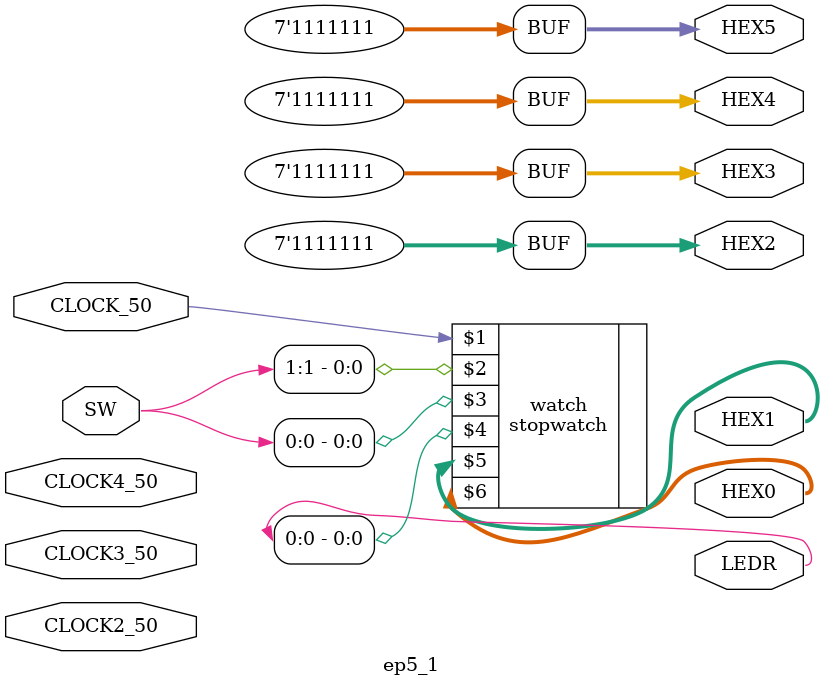
<source format=v>


module ep5_1(

	//////////// CLOCK //////////
	input 		          		CLOCK2_50,
	input 		          		CLOCK3_50,
	input 		          		CLOCK4_50,
	input 		          		CLOCK_50,

	//////////// SW //////////
	input 		     [9:0]		SW,

	//////////// LED //////////
	output		     [9:0]		LEDR,

	//////////// Seg7 //////////
	output		     [6:0]		HEX0,
	output		     [6:0]		HEX1,
	output		     [6:0]		HEX2,
	output		     [6:0]		HEX3,
	output		     [6:0]		HEX4,
	output		     [6:0]		HEX5
);



//=======================================================
//  REG/WIRE declarations
//=======================================================

assign HEX2[6:0] = 7'b1111111;
assign HEX3[6:0] = 7'b1111111;
assign HEX4[6:0] = 7'b1111111;
assign HEX5[6:0] = 7'b1111111;


stopwatch watch(CLOCK_50, SW[1], SW[0], LEDR[0], HEX1[6:0], HEX0[6:0]);


//=======================================================
//  Structural coding
//=======================================================



endmodule

</source>
